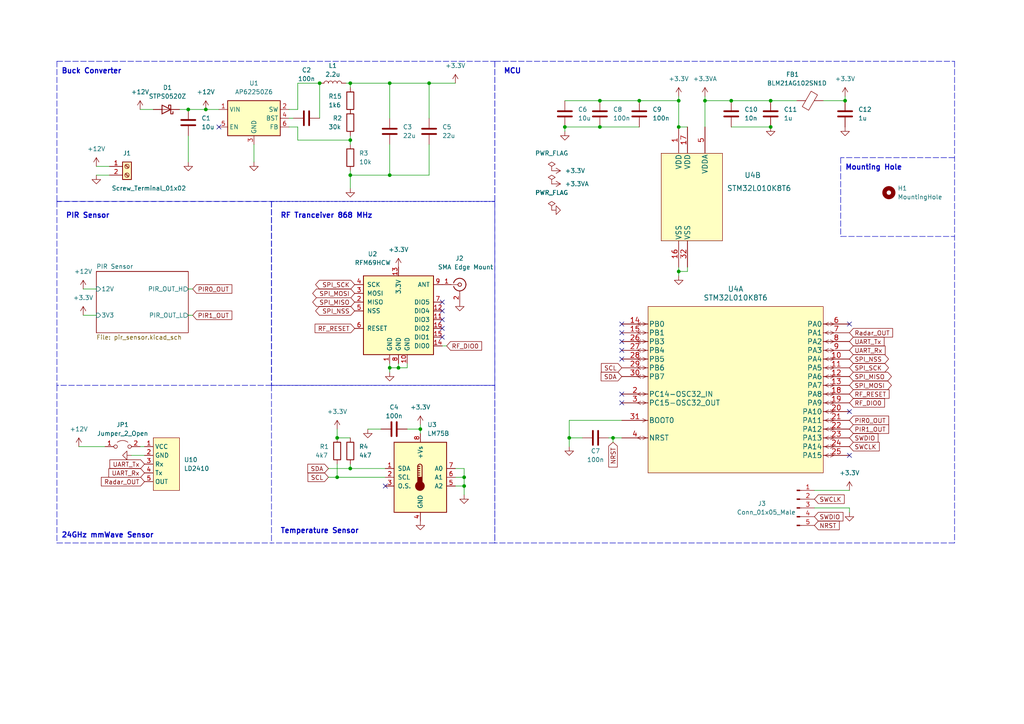
<source format=kicad_sch>
(kicad_sch (version 20211123) (generator eeschema)
  (paper "A4")
  (lib_symbols
    (symbol "Connector:Conn_01x05_Male" (pin_names (offset 1.016) hide)
      (property "Reference" "J" (at 0 7.62 0))
      (property "Value" "Conn_01x05_Male" (at 0 -7.62 0))
      (symbol "Conn_01x05_Male_1_1"
        (polyline (pts (xy 1.27 -5.08) (xy 0.8636 -5.08)) (stroke (width 0.1524)))
        (polyline (pts (xy 1.27 -2.54) (xy 0.8636 -2.54)) (stroke (width 0.1524)))
        (polyline (pts (xy 1.27 0) (xy 0.8636 0)) (stroke (width 0.1524)))
        (polyline (pts (xy 1.27 2.54) (xy 0.8636 2.54)) (stroke (width 0.1524)))
        (polyline (pts (xy 1.27 5.08) (xy 0.8636 5.08)) (stroke (width 0.1524)))
        (rectangle (start 0.8636 -4.953) (end 0 -5.207) (stroke (width 0.1524)) (fill (type outline)))
        (rectangle (start 0.8636 -2.413) (end 0 -2.667) (stroke (width 0.1524)) (fill (type outline)))
        (rectangle (start 0.8636 0.127) (end 0 -0.127) (stroke (width 0.1524)) (fill (type outline)))
        (rectangle (start 0.8636 2.667) (end 0 2.413) (stroke (width 0.1524)) (fill (type outline)))
        (rectangle (start 0.8636 5.207) (end 0 4.953) (stroke (width 0.1524)) (fill (type outline)))
        (pin passive line (at 5.08 5.08 180) (length 3.81) (name "Pin_1") (number "1"))
        (pin passive line (at 5.08 2.54 180) (length 3.81) (name "Pin_2") (number "2"))
        (pin passive line (at 5.08 0 180) (length 3.81) (name "Pin_3") (number "3"))
        (pin passive line (at 5.08 -2.54 180) (length 3.81) (name "Pin_4") (number "4"))
        (pin passive line (at 5.08 -5.08 180) (length 3.81) (name "Pin_5") (number "5"))
      )
    )
    (symbol "Connector:Conn_Coaxial" (pin_names (offset 1.016) hide)
      (property "Reference" "J" (at 0.254 3.048 0))
      (property "Value" "Conn_Coaxial" (at 2.921 0 90))
      (symbol "Conn_Coaxial_0_1"
        (arc (start -1.778 -0.508) (mid 0.2311 -1.8066) (end 1.778 0) (stroke (width 0.254)))
        (polyline (pts (xy -2.54 0) (xy -0.508 0)))
        (polyline (pts (xy 0 -2.54) (xy 0 -1.778)))
        (circle (center 0 0) (radius 0.508) (stroke (width 0.2032)))
        (arc (start 1.778 0) (mid 0.2099 1.8101) (end -1.778 0.508) (stroke (width 0.254)))
      )
      (symbol "Conn_Coaxial_1_1"
        (pin passive line (at -5.08 0 0) (length 2.54) (name "In") (number "1"))
        (pin passive line (at 0 -5.08 90) (length 2.54) (name "Ext") (number "2"))
      )
    )
    (symbol "Connector:Screw_Terminal_01x02" (pin_names (offset 1.016) hide)
      (property "Reference" "J" (at 0 2.54 0))
      (property "Value" "Screw_Terminal_01x02" (at 0 -5.08 0))
      (symbol "Screw_Terminal_01x02_1_1"
        (rectangle (start -1.27 1.27) (end 1.27 -3.81) (stroke (width 0.254)) (fill (type background)))
        (circle (center 0 -2.54) (radius 0.635) (stroke (width 0.1524)))
        (polyline (pts (xy -0.5334 -2.2098) (xy 0.3302 -3.048)) (stroke (width 0.1524)))
        (polyline (pts (xy -0.5334 0.3302) (xy 0.3302 -0.508)) (stroke (width 0.1524)))
        (polyline (pts (xy -0.3556 -2.032) (xy 0.508 -2.8702)) (stroke (width 0.1524)))
        (polyline (pts (xy -0.3556 0.508) (xy 0.508 -0.3302)) (stroke (width 0.1524)))
        (circle (center 0 0) (radius 0.635) (stroke (width 0.1524)))
        (pin passive line (at -5.08 0 0) (length 3.81) (name "Pin_1") (number "1"))
        (pin passive line (at -5.08 -2.54 0) (length 3.81) (name "Pin_2") (number "2"))
      )
    )
    (symbol "Device:C" (pin_numbers hide) (pin_names (offset 0.254))
      (property "Reference" "C" (at 0.635 2.54 0))
      (property "Value" "C" (at 0.635 -2.54 0))
      (symbol "C_0_1"
        (polyline (pts (xy -2.032 -0.762) (xy 2.032 -0.762)) (stroke (width 0.508)))
        (polyline (pts (xy -2.032 0.762) (xy 2.032 0.762)) (stroke (width 0.508)))
      )
      (symbol "C_1_1"
        (pin passive line (at 0 3.81 270) (length 2.794) (name "~") (number "1"))
        (pin passive line (at 0 -3.81 90) (length 2.794) (name "~") (number "2"))
      )
    )
    (symbol "Device:D_Schottky" (pin_numbers hide) (pin_names (offset 1.016) hide)
      (property "Reference" "D" (at 0 2.54 0))
      (property "Value" "D_Schottky" (at 0 -2.54 0))
      (symbol "D_Schottky_0_1"
        (polyline (pts (xy 1.27 0) (xy -1.27 0)))
        (polyline (pts (xy 1.27 1.27) (xy 1.27 -1.27) (xy -1.27 0) (xy 1.27 1.27)) (stroke (width 0.254)))
        (polyline (pts (xy -1.905 0.635) (xy -1.905 1.27) (xy -1.27 1.27) (xy -1.27 -1.27) (xy -0.635 -1.27) (xy -0.635 -0.635)) (stroke (width 0.254)))
      )
      (symbol "D_Schottky_1_1"
        (pin passive line (at -3.81 0 0) (length 2.54) (name "K") (number "1"))
        (pin passive line (at 3.81 0 180) (length 2.54) (name "A") (number "2"))
      )
    )
    (symbol "Device:FerriteBead" (pin_numbers hide) (pin_names (offset 0))
      (property "Reference" "FB" (at -3.81 0.635 90))
      (property "Value" "FerriteBead" (at 3.81 0 90))
      (symbol "FerriteBead_0_1"
        (polyline (pts (xy 0 -1.27) (xy 0 -1.2192)))
        (polyline (pts (xy 0 1.27) (xy 0 1.2954)))
        (polyline (pts (xy -2.7686 0.4064) (xy -1.7018 2.2606) (xy 2.7686 -0.3048) (xy 1.6764 -2.159) (xy -2.7686 0.4064)))
      )
      (symbol "FerriteBead_1_1"
        (pin passive line (at 0 3.81 270) (length 2.54) (name "~") (number "1"))
        (pin passive line (at 0 -3.81 90) (length 2.54) (name "~") (number "2"))
      )
    )
    (symbol "Device:L" (pin_numbers hide) (pin_names (offset 1.016) hide)
      (property "Reference" "L" (at -1.27 0 90))
      (property "Value" "L" (at 1.905 0 90))
      (symbol "L_0_1"
        (arc (start 0 -2.54) (mid 0.635 -1.905) (end 0 -1.27))
        (arc (start 0 -1.27) (mid 0.635 -0.635) (end 0 0))
        (arc (start 0 0) (mid 0.635 0.635) (end 0 1.27))
        (arc (start 0 1.27) (mid 0.635 1.905) (end 0 2.54))
      )
      (symbol "L_1_1"
        (pin passive line (at 0 3.81 270) (length 1.27) (name "1") (number "1"))
        (pin passive line (at 0 -3.81 90) (length 1.27) (name "2") (number "2"))
      )
    )
    (symbol "Device:R" (pin_numbers hide) (pin_names (offset 0))
      (property "Reference" "R" (at 2.032 0 90))
      (property "Value" "R" (at 0 0 90))
      (symbol "R_0_1"
        (rectangle (start -1.016 -2.54) (end 1.016 2.54) (stroke (width 0.254)))
      )
      (symbol "R_1_1"
        (pin passive line (at 0 3.81 270) (length 1.27) (name "~") (number "1"))
        (pin passive line (at 0 -3.81 90) (length 1.27) (name "~") (number "2"))
      )
    )
    (symbol "Jumper:Jumper_2_Open" (pin_names (offset 0) hide)
      (property "Reference" "JP" (at 0 2.794 0))
      (property "Value" "Jumper_2_Open" (at 0 -2.286 0))
      (symbol "Jumper_2_Open_0_0"
        (circle (center -2.032 0) (radius 0.508))
        (circle (center 2.032 0) (radius 0.508))
      )
      (symbol "Jumper_2_Open_0_1"
        (arc (start 1.524 1.27) (mid 0 1.778) (end -1.524 1.27))
      )
      (symbol "Jumper_2_Open_1_1"
        (pin passive line (at -5.08 0 0) (length 2.54) (name "A") (number "1"))
        (pin passive line (at 5.08 0 180) (length 2.54) (name "B") (number "2"))
      )
    )
    (symbol "Mechanical:MountingHole" (pin_names (offset 1.016))
      (property "Reference" "H" (at 0 5.08 0))
      (property "Value" "MountingHole" (at 0 3.175 0))
      (symbol "MountingHole_0_1"
        (circle (center 0 0) (radius 1.27) (stroke (width 1.27)))
      )
    )
    (symbol "PIR_ProjectLib:STM32L010K8T6" (pin_names (offset 0.254))
      (property "Reference" "U" (at 20.32 10.16 0))
      (property "Value" "STM32L010K8T6" (at 20.32 7.62 0))
      (symbol "STM32L010K8T6_1_1"
        (polyline (pts (xy 5.5372 -38.608) (xy 4.4958 -38.1)) (stroke (width 0.127)))
        (polyline (pts (xy 5.5372 -37.592) (xy 4.4958 -38.1)) (stroke (width 0.127)))
        (polyline (pts (xy 5.5372 -36.068) (xy 4.4958 -35.56)) (stroke (width 0.127)))
        (polyline (pts (xy 5.5372 -35.052) (xy 4.4958 -35.56)) (stroke (width 0.127)))
        (polyline (pts (xy 5.5372 -33.528) (xy 4.4958 -33.02)) (stroke (width 0.127)))
        (polyline (pts (xy 5.5372 -32.512) (xy 4.4958 -33.02)) (stroke (width 0.127)))
        (polyline (pts (xy 5.5372 -30.988) (xy 4.4958 -30.48)) (stroke (width 0.127)))
        (polyline (pts (xy 5.5372 -29.972) (xy 4.4958 -30.48)) (stroke (width 0.127)))
        (polyline (pts (xy 5.5372 -28.448) (xy 4.4958 -27.94)) (stroke (width 0.127)))
        (polyline (pts (xy 5.5372 -27.432) (xy 4.4958 -27.94)) (stroke (width 0.127)))
        (polyline (pts (xy 5.5372 -25.908) (xy 4.4958 -25.4)) (stroke (width 0.127)))
        (polyline (pts (xy 5.5372 -24.892) (xy 4.4958 -25.4)) (stroke (width 0.127)))
        (polyline (pts (xy 5.5372 -23.368) (xy 4.4958 -22.86)) (stroke (width 0.127)))
        (polyline (pts (xy 5.5372 -22.352) (xy 4.4958 -22.86)) (stroke (width 0.127)))
        (polyline (pts (xy 5.5372 -20.828) (xy 4.4958 -20.32)) (stroke (width 0.127)))
        (polyline (pts (xy 5.5372 -19.812) (xy 4.4958 -20.32)) (stroke (width 0.127)))
        (polyline (pts (xy 5.5372 -18.288) (xy 4.4958 -17.78)) (stroke (width 0.127)))
        (polyline (pts (xy 5.5372 -17.272) (xy 4.4958 -17.78)) (stroke (width 0.127)))
        (polyline (pts (xy 5.5372 -15.748) (xy 4.4958 -15.24)) (stroke (width 0.127)))
        (polyline (pts (xy 5.5372 -14.732) (xy 4.4958 -15.24)) (stroke (width 0.127)))
        (polyline (pts (xy 5.5372 -13.208) (xy 4.4958 -12.7)) (stroke (width 0.127)))
        (polyline (pts (xy 5.5372 -12.192) (xy 4.4958 -12.7)) (stroke (width 0.127)))
        (polyline (pts (xy 5.5372 -10.668) (xy 4.4958 -10.16)) (stroke (width 0.127)))
        (polyline (pts (xy 5.5372 -9.652) (xy 4.4958 -10.16)) (stroke (width 0.127)))
        (polyline (pts (xy 5.5372 -8.128) (xy 4.4958 -7.62)) (stroke (width 0.127)))
        (polyline (pts (xy 5.5372 -7.112) (xy 4.4958 -7.62)) (stroke (width 0.127)))
        (polyline (pts (xy 5.5372 -5.588) (xy 4.4958 -5.08)) (stroke (width 0.127)))
        (polyline (pts (xy 5.5372 -4.572) (xy 4.4958 -5.08)) (stroke (width 0.127)))
        (polyline (pts (xy 5.5372 -3.048) (xy 4.4958 -2.54)) (stroke (width 0.127)))
        (polyline (pts (xy 5.5372 -2.032) (xy 4.4958 -2.54)) (stroke (width 0.127)))
        (polyline (pts (xy 5.5372 -0.508) (xy 4.4958 0)) (stroke (width 0.127)))
        (polyline (pts (xy 5.5372 0.508) (xy 4.4958 0)) (stroke (width 0.127)))
        (polyline (pts (xy 7.112 -38.1) (xy 6.0452 -38.608)) (stroke (width 0.127)))
        (polyline (pts (xy 7.112 -38.1) (xy 6.0452 -37.592)) (stroke (width 0.127)))
        (polyline (pts (xy 7.112 -35.56) (xy 6.0452 -36.068)) (stroke (width 0.127)))
        (polyline (pts (xy 7.112 -35.56) (xy 6.0452 -35.052)) (stroke (width 0.127)))
        (polyline (pts (xy 7.112 -33.02) (xy 6.0452 -33.528)) (stroke (width 0.127)))
        (polyline (pts (xy 7.112 -33.02) (xy 6.0452 -32.512)) (stroke (width 0.127)))
        (polyline (pts (xy 7.112 -30.48) (xy 6.0452 -30.988)) (stroke (width 0.127)))
        (polyline (pts (xy 7.112 -30.48) (xy 6.0452 -29.972)) (stroke (width 0.127)))
        (polyline (pts (xy 7.112 -27.94) (xy 6.0452 -28.448)) (stroke (width 0.127)))
        (polyline (pts (xy 7.112 -27.94) (xy 6.0452 -27.432)) (stroke (width 0.127)))
        (polyline (pts (xy 7.112 -25.4) (xy 6.0452 -25.908)) (stroke (width 0.127)))
        (polyline (pts (xy 7.112 -25.4) (xy 6.0452 -24.892)) (stroke (width 0.127)))
        (polyline (pts (xy 7.112 -22.86) (xy 6.0452 -23.368)) (stroke (width 0.127)))
        (polyline (pts (xy 7.112 -22.86) (xy 6.0452 -22.352)) (stroke (width 0.127)))
        (polyline (pts (xy 7.112 -20.32) (xy 6.0452 -20.828)) (stroke (width 0.127)))
        (polyline (pts (xy 7.112 -20.32) (xy 6.0452 -19.812)) (stroke (width 0.127)))
        (polyline (pts (xy 7.112 -17.78) (xy 6.0452 -18.288)) (stroke (width 0.127)))
        (polyline (pts (xy 7.112 -17.78) (xy 6.0452 -17.272)) (stroke (width 0.127)))
        (polyline (pts (xy 7.112 -15.24) (xy 6.0452 -15.748)) (stroke (width 0.127)))
        (polyline (pts (xy 7.112 -15.24) (xy 6.0452 -14.732)) (stroke (width 0.127)))
        (polyline (pts (xy 7.112 -12.7) (xy 6.0452 -13.208)) (stroke (width 0.127)))
        (polyline (pts (xy 7.112 -12.7) (xy 6.0452 -12.192)) (stroke (width 0.127)))
        (polyline (pts (xy 7.112 -10.16) (xy 6.0452 -10.668)) (stroke (width 0.127)))
        (polyline (pts (xy 7.112 -10.16) (xy 6.0452 -9.652)) (stroke (width 0.127)))
        (polyline (pts (xy 7.112 -7.62) (xy 6.0452 -8.128)) (stroke (width 0.127)))
        (polyline (pts (xy 7.112 -7.62) (xy 6.0452 -7.112)) (stroke (width 0.127)))
        (polyline (pts (xy 7.112 -5.08) (xy 6.0452 -5.588)) (stroke (width 0.127)))
        (polyline (pts (xy 7.112 -5.08) (xy 6.0452 -4.572)) (stroke (width 0.127)))
        (polyline (pts (xy 7.112 -2.54) (xy 6.0452 -3.048)) (stroke (width 0.127)))
        (polyline (pts (xy 7.112 -2.54) (xy 6.0452 -2.032)) (stroke (width 0.127)))
        (polyline (pts (xy 7.112 0) (xy 6.0452 -0.508)) (stroke (width 0.127)))
        (polyline (pts (xy 7.112 0) (xy 6.0452 0.508)) (stroke (width 0.127)))
        (polyline (pts (xy 58.928 -33.02) (xy 59.9948 -33.528)) (stroke (width 0.127)))
        (polyline (pts (xy 58.928 -33.02) (xy 59.9948 -32.512)) (stroke (width 0.127)))
        (polyline (pts (xy 58.928 -27.94) (xy 59.9948 -28.448)) (stroke (width 0.127)))
        (polyline (pts (xy 58.928 -27.94) (xy 59.9948 -27.432)) (stroke (width 0.127)))
        (polyline (pts (xy 58.928 -22.86) (xy 59.9948 -23.368)) (stroke (width 0.127)))
        (polyline (pts (xy 58.928 -22.86) (xy 59.9948 -22.352)) (stroke (width 0.127)))
        (polyline (pts (xy 58.928 -20.32) (xy 59.9948 -20.828)) (stroke (width 0.127)))
        (polyline (pts (xy 58.928 -20.32) (xy 59.9948 -19.812)) (stroke (width 0.127)))
        (polyline (pts (xy 58.928 -15.24) (xy 59.9948 -15.748)) (stroke (width 0.127)))
        (polyline (pts (xy 58.928 -15.24) (xy 59.9948 -14.732)) (stroke (width 0.127)))
        (polyline (pts (xy 58.928 -12.7) (xy 59.9948 -13.208)) (stroke (width 0.127)))
        (polyline (pts (xy 58.928 -12.7) (xy 59.9948 -12.192)) (stroke (width 0.127)))
        (polyline (pts (xy 58.928 -10.16) (xy 59.9948 -10.668)) (stroke (width 0.127)))
        (polyline (pts (xy 58.928 -10.16) (xy 59.9948 -9.652)) (stroke (width 0.127)))
        (polyline (pts (xy 58.928 -7.62) (xy 59.9948 -8.128)) (stroke (width 0.127)))
        (polyline (pts (xy 58.928 -7.62) (xy 59.9948 -7.112)) (stroke (width 0.127)))
        (polyline (pts (xy 58.928 -5.08) (xy 59.9948 -5.588)) (stroke (width 0.127)))
        (polyline (pts (xy 58.928 -5.08) (xy 59.9948 -4.572)) (stroke (width 0.127)))
        (polyline (pts (xy 58.928 -2.54) (xy 59.9948 -3.048)) (stroke (width 0.127)))
        (polyline (pts (xy 58.928 -2.54) (xy 59.9948 -2.032)) (stroke (width 0.127)))
        (polyline (pts (xy 58.928 0) (xy 59.9948 -0.508)) (stroke (width 0.127)))
        (polyline (pts (xy 58.928 0) (xy 59.9948 0.508)) (stroke (width 0.127)))
        (polyline (pts (xy 60.5028 -33.528) (xy 61.5442 -33.02)) (stroke (width 0.127)))
        (polyline (pts (xy 60.5028 -32.512) (xy 61.5442 -33.02)) (stroke (width 0.127)))
        (polyline (pts (xy 60.5028 -23.368) (xy 61.5442 -22.86)) (stroke (width 0.127)))
        (polyline (pts (xy 60.5028 -22.352) (xy 61.5442 -22.86)) (stroke (width 0.127)))
        (polyline (pts (xy 60.5028 -20.828) (xy 61.5442 -20.32)) (stroke (width 0.127)))
        (polyline (pts (xy 60.5028 -19.812) (xy 61.5442 -20.32)) (stroke (width 0.127)))
        (polyline (pts (xy 60.5028 -15.748) (xy 61.5442 -15.24)) (stroke (width 0.127)))
        (polyline (pts (xy 60.5028 -14.732) (xy 61.5442 -15.24)) (stroke (width 0.127)))
        (polyline (pts (xy 60.5028 -13.208) (xy 61.5442 -12.7)) (stroke (width 0.127)))
        (polyline (pts (xy 60.5028 -12.192) (xy 61.5442 -12.7)) (stroke (width 0.127)))
        (polyline (pts (xy 60.5028 -10.668) (xy 61.5442 -10.16)) (stroke (width 0.127)))
        (polyline (pts (xy 60.5028 -9.652) (xy 61.5442 -10.16)) (stroke (width 0.127)))
        (polyline (pts (xy 60.5028 -8.128) (xy 61.5442 -7.62)) (stroke (width 0.127)))
        (polyline (pts (xy 60.5028 -7.112) (xy 61.5442 -7.62)) (stroke (width 0.127)))
        (polyline (pts (xy 60.5028 -5.588) (xy 61.5442 -5.08)) (stroke (width 0.127)))
        (polyline (pts (xy 60.5028 -4.572) (xy 61.5442 -5.08)) (stroke (width 0.127)))
        (polyline (pts (xy 60.5028 -3.048) (xy 61.5442 -2.54)) (stroke (width 0.127)))
        (polyline (pts (xy 60.5028 -2.032) (xy 61.5442 -2.54)) (stroke (width 0.127)))
        (polyline (pts (xy 60.5028 -0.508) (xy 61.5442 0)) (stroke (width 0.127)))
        (polyline (pts (xy 60.5028 0.508) (xy 61.5442 0)) (stroke (width 0.127)))
        (rectangle (start 7.62 5.08) (end 58.42 -43.18) (fill (type background)))
        (pin bidirectional line (at 0 -10.16 0) (length 7.62) (name "PA4") (number "10"))
        (pin bidirectional line (at 0 -12.7 0) (length 7.62) (name "PA5") (number "11"))
        (pin bidirectional line (at 0 -15.24 0) (length 7.62) (name "PA6") (number "12"))
        (pin bidirectional line (at 0 -17.78 0) (length 7.62) (name "PA7") (number "13"))
        (pin bidirectional line (at 66.04 0 180) (length 7.62) (name "PB0") (number "14"))
        (pin bidirectional line (at 66.04 -2.54 180) (length 7.62) (name "PB1") (number "15"))
        (pin bidirectional line (at 0 -20.32 0) (length 7.62) (name "PA8") (number "18"))
        (pin bidirectional line (at 0 -22.86 0) (length 7.62) (name "PA9") (number "19"))
        (pin bidirectional line (at 66.04 -20.32 180) (length 7.62) (name "PC14-OSC32_IN") (number "2"))
        (pin bidirectional line (at 0 -25.4 0) (length 7.62) (name "PA10") (number "20"))
        (pin bidirectional line (at 0 -27.94 0) (length 7.62) (name "PA11") (number "21"))
        (pin bidirectional line (at 0 -30.48 0) (length 7.62) (name "PA12") (number "22"))
        (pin bidirectional line (at 0 -33.02 0) (length 7.62) (name "PA13") (number "23"))
        (pin bidirectional line (at 0 -35.56 0) (length 7.62) (name "PA14") (number "24"))
        (pin bidirectional line (at 0 -38.1 0) (length 7.62) (name "PA15") (number "25"))
        (pin bidirectional line (at 66.04 -5.08 180) (length 7.62) (name "PB3") (number "26"))
        (pin bidirectional line (at 66.04 -7.62 180) (length 7.62) (name "PB4") (number "27"))
        (pin bidirectional line (at 66.04 -10.16 180) (length 7.62) (name "PB5") (number "28"))
        (pin bidirectional line (at 66.04 -12.7 180) (length 7.62) (name "PB6") (number "29"))
        (pin bidirectional line (at 66.04 -22.86 180) (length 7.62) (name "PC15-OSC32_OUT") (number "3"))
        (pin bidirectional line (at 66.04 -15.24 180) (length 7.62) (name "PB7") (number "30"))
        (pin input line (at 66.04 -27.94 180) (length 7.62) (name "BOOT0") (number "31"))
        (pin bidirectional line (at 66.04 -33.02 180) (length 7.62) (name "NRST") (number "4"))
        (pin bidirectional line (at 0 0 0) (length 7.62) (name "PA0") (number "6"))
        (pin bidirectional line (at 0 -2.54 0) (length 7.62) (name "PA1") (number "7"))
        (pin bidirectional line (at 0 -5.08 0) (length 7.62) (name "PA2") (number "8"))
        (pin bidirectional line (at 0 -7.62 0) (length 7.62) (name "PA3") (number "9"))
      )
      (symbol "STM32L010K8T6_2_1"
        (rectangle (start 7.62 5.08) (end 33.02 -12.7) (fill (type background)))
        (pin power_in line (at 40.64 0 180) (length 7.62) (name "VDD") (number "1"))
        (pin power_in line (at 0 0 0) (length 7.62) (name "VSS") (number "16"))
        (pin power_in line (at 40.64 -2.54 180) (length 7.62) (name "VDD") (number "17"))
        (pin power_in line (at 0 -2.54 0) (length 7.62) (name "VSS") (number "32"))
        (pin power_in line (at 40.64 -7.62 180) (length 7.62) (name "VDDA") (number "5"))
      )
    )
    (symbol "RF_Module:RFM69HCW" (pin_names (offset 1.016))
      (property "Reference" "U" (at -10.414 11.684 0))
      (property "Value" "RFM69HCW" (at 1.524 11.43 0))
      (symbol "RFM69HCW_0_1"
        (rectangle (start -10.16 10.16) (end 10.16 -12.7) (stroke (width 0.254)) (fill (type background)))
      )
      (symbol "RFM69HCW_1_1"
        (pin power_in line (at -2.54 -15.24 90) (length 2.54) (name "GND") (number "1"))
        (pin power_in line (at 2.54 -15.24 90) (length 2.54) (name "GND") (number "10"))
        (pin bidirectional line (at 12.7 -2.54 180) (length 2.54) (name "DIO3") (number "11"))
        (pin bidirectional line (at 12.7 0 180) (length 2.54) (name "DIO4") (number "12"))
        (pin power_in line (at 0 12.7 270) (length 2.54) (name "3.3V") (number "13"))
        (pin bidirectional line (at 12.7 -10.16 180) (length 2.54) (name "DIO0") (number "14"))
        (pin bidirectional line (at 12.7 -7.62 180) (length 2.54) (name "DIO1") (number "15"))
        (pin bidirectional line (at 12.7 -5.08 180) (length 2.54) (name "DIO2") (number "16"))
        (pin output line (at -12.7 2.54 0) (length 2.54) (name "MISO") (number "2"))
        (pin input line (at -12.7 5.08 0) (length 2.54) (name "MOSI") (number "3"))
        (pin input line (at -12.7 7.62 0) (length 2.54) (name "SCK") (number "4"))
        (pin input line (at -12.7 0 0) (length 2.54) (name "NSS") (number "5"))
        (pin bidirectional line (at -12.7 -5.08 0) (length 2.54) (name "RESET") (number "6"))
        (pin bidirectional line (at 12.7 2.54 180) (length 2.54) (name "DIO5") (number "7"))
        (pin power_in line (at 0 -15.24 90) (length 2.54) (name "GND") (number "8"))
        (pin bidirectional line (at 12.7 7.62 180) (length 2.54) (name "ANT") (number "9"))
      )
    )
    (symbol "Regulator_Switching:AP62250Z6"
      (property "Reference" "U" (at -7.62 6.35 0))
      (property "Value" "AP62250Z6" (at 6.35 -6.35 0))
      (symbol "AP62250Z6_0_1"
        (rectangle (start -7.62 5.08) (end 7.62 -5.08) (stroke (width 0.254)) (fill (type background)))
      )
      (symbol "AP62250Z6_1_1"
        (pin power_in line (at -10.16 2.54 0) (length 2.54) (name "VIN") (number "1"))
        (pin output line (at 10.16 2.54 180) (length 2.54) (name "SW") (number "2"))
        (pin power_in line (at 0 -7.62 90) (length 2.54) (name "GND") (number "3"))
        (pin passive line (at 10.16 0 180) (length 2.54) (name "BST") (number "4"))
        (pin input line (at -10.16 -2.54 0) (length 2.54) (name "EN") (number "5"))
        (pin input line (at 10.16 -2.54 180) (length 2.54) (name "FB") (number "6"))
      )
    )
    (symbol "Sensor_Temperature:LM75B" (pin_names (offset 1.016))
      (property "Reference" "U" (at -6.35 11.43 0))
      (property "Value" "LM75B" (at 0 11.43 0))
      (symbol "LM75B_0_1"
        (rectangle (start -7.62 10.16) (end 7.62 -10.16) (stroke (width 0.254)) (fill (type background)))
        (circle (center -0.127 -2.54) (radius 1.27) (stroke (width 0.254)) (fill (type outline)))
        (polyline (pts (xy -0.762 0.635) (xy -0.127 0.635)) (stroke (width 0.254)))
        (polyline (pts (xy -0.762 1.27) (xy -0.127 1.27)) (stroke (width 0.254)))
        (polyline (pts (xy -0.762 1.905) (xy -0.127 1.905)) (stroke (width 0.254)))
        (polyline (pts (xy -0.762 2.54) (xy -0.127 2.54)) (stroke (width 0.254)))
        (polyline (pts (xy -0.762 3.175) (xy -0.762 0)) (stroke (width 0.254)))
        (polyline (pts (xy -0.762 3.175) (xy -0.127 3.175)) (stroke (width 0.254)))
        (polyline (pts (xy 0.508 3.175) (xy 0.508 0)) (stroke (width 0.254)))
        (rectangle (start 0.508 -1.905) (end -0.762 0) (stroke (width 0.254)) (fill (type outline)))
        (arc (start 0.508 3.175) (mid -0.127 3.81) (end -0.762 3.175) (stroke (width 0.254)))
      )
      (symbol "LM75B_1_1"
        (pin bidirectional line (at -10.16 2.54 0) (length 2.54) (name "SDA") (number "1"))
        (pin input line (at -10.16 0 0) (length 2.54) (name "SCL") (number "2"))
        (pin open_collector line (at -10.16 -2.54 0) (length 2.54) (name "O.S.") (number "3"))
        (pin power_in line (at 0 -12.7 90) (length 2.54) (name "GND") (number "4"))
        (pin input line (at 10.16 -2.54 180) (length 2.54) (name "A2") (number "5"))
        (pin input line (at 10.16 0 180) (length 2.54) (name "A1") (number "6"))
        (pin input line (at 10.16 2.54 180) (length 2.54) (name "A0") (number "7"))
        (pin power_in line (at 0 12.7 270) (length 2.54) (name "+Vs") (number "8"))
      )
    )
    (symbol "mmWave_Radar:LD2410"
      (property "Reference" "U" (at 0 -7.62 0))
      (property "Value" "LD2410" (at 0 10.16 0))
      (symbol "LD2410_0_1"
        (rectangle (start -3.81 8.89) (end 3.81 -6.35) (fill (type background)))
      )
      (symbol "LD2410_1_1"
        (pin input line (at -6.35 6.35 0) (length 2.54) (name "VCC") (number "1"))
        (pin input line (at -6.35 3.81 0) (length 2.54) (name "GND") (number "2"))
        (pin output line (at -6.35 1.27 0) (length 2.54) (name "Rx") (number "3"))
        (pin input line (at -6.35 -1.27 0) (length 2.54) (name "Tx") (number "4"))
        (pin output line (at -6.35 -3.81 0) (length 2.54) (name "OUT") (number "5"))
      )
    )
    (symbol "power:+12V" (power) (pin_names (offset 0))
      (property "Value" "+12V" (at 0 3.556 0))
      (symbol "+12V_0_1"
        (polyline (pts (xy -0.762 1.27) (xy 0 2.54)))
        (polyline (pts (xy 0 0) (xy 0 2.54)))
        (polyline (pts (xy 0 2.54) (xy 0.762 1.27)))
      )
      (symbol "+12V_1_1"
        (pin power_in line (at 0 0 90) (length 0) hide (name "+12V") (number "1"))
      )
    )
    (symbol "power:+3.3V" (power) (pin_names (offset 0))
      (property "Value" "+3.3V" (at 0 3.556 0))
      (symbol "+3.3V_0_1"
        (polyline (pts (xy -0.762 1.27) (xy 0 2.54)))
        (polyline (pts (xy 0 0) (xy 0 2.54)))
        (polyline (pts (xy 0 2.54) (xy 0.762 1.27)))
      )
      (symbol "+3.3V_1_1"
        (pin power_in line (at 0 0 90) (length 0) hide (name "+3.3V") (number "1"))
      )
    )
    (symbol "power:+3.3VA" (power) (pin_names (offset 0))
      (property "Value" "+3.3VA" (at 0 3.556 0))
      (symbol "+3.3VA_0_1"
        (polyline (pts (xy -0.762 1.27) (xy 0 2.54)))
        (polyline (pts (xy 0 0) (xy 0 2.54)))
        (polyline (pts (xy 0 2.54) (xy 0.762 1.27)))
      )
      (symbol "+3.3VA_1_1"
        (pin power_in line (at 0 0 90) (length 0) hide (name "+3.3VA") (number "1"))
      )
    )
    (symbol "power:GND" (power) (pin_names (offset 0))
      (property "Value" "GND" (at 0 -3.81 0))
      (symbol "GND_0_1"
        (polyline (pts (xy 0 0) (xy 0 -1.27) (xy 1.27 -1.27) (xy 0 -2.54) (xy -1.27 -1.27) (xy 0 -1.27)))
      )
      (symbol "GND_1_1"
        (pin power_in line (at 0 0 270) (length 0) hide (name "GND") (number "1"))
      )
    )
    (symbol "power:PWR_FLAG" (power) (pin_numbers hide) (pin_names (offset 0) hide)
      (property "Value" "PWR_FLAG" (at 0 3.81 0))
      (symbol "PWR_FLAG_0_0"
        (pin power_out line (at 0 0 90) (length 0) (name "pwr") (number "1"))
      )
      (symbol "PWR_FLAG_0_1"
        (polyline (pts (xy 0 0) (xy 0 1.27) (xy -1.016 1.905) (xy 0 2.54) (xy 1.016 1.905) (xy 0 1.27)))
      )
    )
  )
  (junction (at 59.69 31.75))
  (junction (at 113.03 50.8))
  (junction (at 223.52 36.83))
  (junction (at 101.6 24.13))
  (junction (at 101.6 135.89))
  (junction (at 173.99 29.21))
  (junction (at 245.11 29.21))
  (junction (at 113.03 106.68))
  (junction (at 101.6 40.64))
  (junction (at 134.62 140.97))
  (junction (at 113.03 24.13))
  (junction (at 115.57 106.68))
  (junction (at 97.79 138.43))
  (junction (at 196.85 36.83))
  (junction (at 173.99 36.83))
  (junction (at 196.85 29.21))
  (junction (at 165.1 127))
  (junction (at 101.6 50.8))
  (junction (at 223.52 29.21))
  (junction (at 97.79 127))
  (junction (at 185.42 29.21))
  (junction (at 92.71 24.13))
  (junction (at 163.83 36.83))
  (junction (at 124.46 24.13))
  (junction (at 121.92 124.46))
  (junction (at 54.61 31.75))
  (junction (at 196.85 78.74))
  (junction (at 177.8 127))
  (junction (at 204.47 29.21))
  (junction (at 134.62 138.43))
  (junction (at 212.09 29.21))
  (no_connect (at 63.5 36.83))
  (no_connect (at 180.34 116.84))
  (no_connect (at 180.34 93.98))
  (no_connect (at 180.34 114.3))
  (no_connect (at 246.38 93.98))
  (no_connect (at 246.38 119.38))
  (no_connect (at 128.27 92.71))
  (no_connect (at 128.27 90.17))
  (no_connect (at 128.27 97.79))
  (no_connect (at 128.27 95.25))
  (no_connect (at 111.76 140.97))
  (no_connect (at 128.27 87.63))
  (no_connect (at 180.34 96.52))
  (no_connect (at 180.34 99.06))
  (no_connect (at 180.34 101.6))
  (no_connect (at 180.34 104.14))
  (no_connect (at 246.38 132.08))
  (wire (pts (xy 124.46 24.13) (xy 124.46 34.29)))
  (wire (pts (xy 236.22 142.24) (xy 246.38 142.24)))
  (wire (pts (xy 54.61 31.75) (xy 59.69 31.75)))
  (wire (pts (xy 124.46 24.13) (xy 132.08 24.13)))
  (wire (pts (xy 73.66 46.99) (xy 73.66 41.91)))
  (wire (pts (xy 129.54 100.33) (xy 128.27 100.33)))
  (polyline (pts (xy 16.51 17.78) (xy 143.51 17.78)))
  (wire (pts (xy 97.79 138.43) (xy 111.76 138.43)))
  (wire (pts (xy 212.09 36.83) (xy 223.52 36.83)))
  (wire (pts (xy 165.1 121.92) (xy 165.1 127)))
  (wire (pts (xy 86.36 36.83) (xy 86.36 40.64)))
  (polyline (pts (xy 16.51 58.42) (xy 16.51 111.76)))
  (wire (pts (xy 95.25 135.89) (xy 101.6 135.89)))
  (wire (pts (xy 54.61 39.37) (xy 54.61 46.99)))
  (wire (pts (xy 86.36 24.13) (xy 92.71 24.13)))
  (wire (pts (xy 113.03 106.68) (xy 115.57 106.68)))
  (wire (pts (xy 173.99 36.83) (xy 185.42 36.83)))
  (polyline (pts (xy 276.86 17.78) (xy 276.86 157.48)))
  (wire (pts (xy 165.1 121.92) (xy 180.34 121.92)))
  (wire (pts (xy 113.03 41.91) (xy 113.03 50.8)))
  (wire (pts (xy 177.8 127) (xy 180.34 127)))
  (wire (pts (xy 212.09 29.21) (xy 223.52 29.21)))
  (wire (pts (xy 22.86 129.54) (xy 30.48 129.54)))
  (wire (pts (xy 113.03 24.13) (xy 113.03 34.29)))
  (polyline (pts (xy 143.51 157.48) (xy 78.74 157.48)))
  (polyline (pts (xy 16.51 111.76) (xy 16.51 157.48)))
  (wire (pts (xy 199.39 77.47) (xy 199.39 78.74)))
  (polyline (pts (xy 143.51 58.42) (xy 143.51 111.76)))
  (wire (pts (xy 196.85 77.47) (xy 196.85 78.74)))
  (wire (pts (xy 54.61 83.82) (xy 55.88 83.82)))
  (wire (pts (xy 83.82 31.75) (xy 86.36 31.75)))
  (wire (pts (xy 86.36 40.64) (xy 101.6 40.64)))
  (wire (pts (xy 86.36 24.13) (xy 86.36 31.75)))
  (wire (pts (xy 246.38 147.32) (xy 246.38 148.59)))
  (polyline (pts (xy 143.51 17.78) (xy 276.86 17.78)))
  (wire (pts (xy 118.11 124.46) (xy 121.92 124.46)))
  (wire (pts (xy 113.03 106.68) (xy 113.03 107.95)))
  (wire (pts (xy 196.85 78.74) (xy 196.85 80.01)))
  (wire (pts (xy 113.03 105.41) (xy 113.03 106.68)))
  (wire (pts (xy 27.94 50.8) (xy 31.75 50.8)))
  (wire (pts (xy 165.1 127) (xy 165.1 129.54)))
  (wire (pts (xy 204.47 29.21) (xy 204.47 36.83)))
  (wire (pts (xy 113.03 50.8) (xy 124.46 50.8)))
  (wire (pts (xy 24.13 83.82) (xy 27.94 83.82)))
  (wire (pts (xy 38.1 132.08) (xy 41.91 132.08)))
  (wire (pts (xy 236.22 147.32) (xy 246.38 147.32)))
  (wire (pts (xy 101.6 49.53) (xy 101.6 50.8)))
  (wire (pts (xy 245.11 27.94) (xy 245.11 29.21)))
  (wire (pts (xy 118.11 105.41) (xy 118.11 106.68)))
  (wire (pts (xy 97.79 134.62) (xy 97.79 138.43)))
  (wire (pts (xy 54.61 91.44) (xy 55.88 91.44)))
  (polyline (pts (xy 78.74 111.76) (xy 143.51 111.76)))
  (wire (pts (xy 101.6 135.89) (xy 111.76 135.89)))
  (wire (pts (xy 101.6 40.64) (xy 101.6 41.91)))
  (wire (pts (xy 40.64 31.75) (xy 44.45 31.75)))
  (wire (pts (xy 124.46 41.91) (xy 124.46 50.8)))
  (wire (pts (xy 106.68 124.46) (xy 110.49 124.46)))
  (wire (pts (xy 101.6 33.02) (xy 101.6 31.75)))
  (wire (pts (xy 132.08 138.43) (xy 134.62 138.43)))
  (wire (pts (xy 27.94 48.26) (xy 31.75 48.26)))
  (polyline (pts (xy 16.51 58.42) (xy 78.74 58.42)))
  (wire (pts (xy 40.64 129.54) (xy 41.91 129.54)))
  (wire (pts (xy 204.47 29.21) (xy 212.09 29.21)))
  (wire (pts (xy 115.57 105.41) (xy 115.57 106.68)))
  (polyline (pts (xy 243.84 68.58) (xy 276.86 68.58)))
  (polyline (pts (xy 78.74 111.76) (xy 78.74 157.48)))
  (wire (pts (xy 132.08 140.97) (xy 134.62 140.97)))
  (wire (pts (xy 134.62 143.51) (xy 134.62 140.97)))
  (wire (pts (xy 177.8 127) (xy 177.8 128.27)))
  (polyline (pts (xy 143.51 58.42) (xy 16.51 58.42)))
  (wire (pts (xy 113.03 24.13) (xy 124.46 24.13)))
  (polyline (pts (xy 78.74 58.42) (xy 78.74 111.76)))
  (wire (pts (xy 134.62 135.89) (xy 132.08 135.89)))
  (polyline (pts (xy 143.51 17.78) (xy 143.51 157.48)))
  (polyline (pts (xy 143.51 17.78) (xy 143.51 58.42)))
  (wire (pts (xy 101.6 39.37) (xy 101.6 40.64)))
  (wire (pts (xy 92.71 24.13) (xy 92.71 34.29)))
  (polyline (pts (xy 78.74 58.42) (xy 143.51 58.42)))
  (wire (pts (xy 24.13 91.44) (xy 27.94 91.44)))
  (wire (pts (xy 238.76 29.21) (xy 245.11 29.21)))
  (wire (pts (xy 101.6 50.8) (xy 101.6 54.61)))
  (wire (pts (xy 83.82 36.83) (xy 86.36 36.83)))
  (wire (pts (xy 204.47 27.94) (xy 204.47 29.21)))
  (wire (pts (xy 163.83 36.83) (xy 163.83 38.1)))
  (polyline (pts (xy 276.86 157.48) (xy 143.51 157.48)))
  (wire (pts (xy 163.83 29.21) (xy 173.99 29.21)))
  (wire (pts (xy 101.6 24.13) (xy 101.6 25.4)))
  (wire (pts (xy 134.62 140.97) (xy 134.62 138.43)))
  (wire (pts (xy 199.39 78.74) (xy 196.85 78.74)))
  (polyline (pts (xy 78.74 58.42) (xy 78.74 111.76)))
  (wire (pts (xy 101.6 134.62) (xy 101.6 135.89)))
  (wire (pts (xy 101.6 24.13) (xy 113.03 24.13)))
  (wire (pts (xy 165.1 127) (xy 168.91 127)))
  (polyline (pts (xy 78.74 111.76) (xy 16.51 111.76)))
  (wire (pts (xy 121.92 123.19) (xy 121.92 124.46)))
  (wire (pts (xy 196.85 29.21) (xy 196.85 36.83)))
  (wire (pts (xy 134.62 138.43) (xy 134.62 135.89)))
  (wire (pts (xy 223.52 29.21) (xy 231.14 29.21)))
  (wire (pts (xy 173.99 29.21) (xy 185.42 29.21)))
  (wire (pts (xy 163.83 36.83) (xy 173.99 36.83)))
  (polyline (pts (xy 16.51 157.48) (xy 78.74 157.48)))
  (wire (pts (xy 95.25 138.43) (xy 97.79 138.43)))
  (wire (pts (xy 115.57 106.68) (xy 118.11 106.68)))
  (wire (pts (xy 52.07 31.75) (xy 54.61 31.75)))
  (wire (pts (xy 185.42 29.21) (xy 196.85 29.21)))
  (wire (pts (xy 176.53 127) (xy 177.8 127)))
  (polyline (pts (xy 143.51 111.76) (xy 143.51 157.48)))
  (wire (pts (xy 100.33 24.13) (xy 101.6 24.13)))
  (polyline (pts (xy 16.51 17.78) (xy 16.51 58.42)))
  (wire (pts (xy 196.85 36.83) (xy 199.39 36.83)))
  (wire (pts (xy 196.85 27.94) (xy 196.85 29.21)))
  (wire (pts (xy 97.79 124.46) (xy 97.79 127)))
  (polyline (pts (xy 276.86 45.72) (xy 243.84 45.72)))
  (wire (pts (xy 113.03 50.8) (xy 101.6 50.8)))
  (wire (pts (xy 83.82 34.29) (xy 85.09 34.29)))
  (wire (pts (xy 101.6 127) (xy 97.79 127)))
  (wire (pts (xy 59.69 31.75) (xy 63.5 31.75)))
  (polyline (pts (xy 243.84 45.72) (xy 243.84 68.58)))
  (polyline (pts (xy 143.51 111.76) (xy 78.74 111.76)))
  (wire (pts (xy 121.92 124.46) (xy 121.92 125.73)))
  (text "Mounting Hole" (at 245.11 49.53 0) (effects (font (size 1.5 1.5) (thickness 0.3) bold) (justify left bottom)))
  (text "PIR Sensor" (at 19.05 63.5 0) (effects (font (size 1.5 1.5) (thickness 0.3) bold) (justify left bottom)))
  (text "Temperature Sensor" (at 81.28 154.94 0) (effects (font (size 1.5 1.5) (thickness 0.3) bold) (justify left bottom)))
  (text "MCU" (at 146.05 21.59 0) (effects (font (size 1.5 1.5) (thickness 0.3) bold) (justify left bottom)))
  (text "Buck Converter" (at 17.78 21.59 0) (effects (font (size 1.5 1.5) (thickness 0.3) bold) (justify left bottom)))
  (text "24GHz mmWave Sensor" (at 17.78 156.21 0) (effects (font (size 1.5 1.5) (thickness 0.3) bold) (justify left bottom)))
  (text "RF Tranceiver 868 MHz" (at 81.28 63.5 0) (effects (font (size 1.5 1.5) (thickness 0.3) bold) (justify left bottom)))
  (global_label "UART_Rx" (shape input) (at 246.38 101.6 0) (property "Odnośniki między arkuszami" "${INTERSHEET_REFS}" (effects hide)))
  (global_label "RF_DIO0" (shape input) (at 129.54 100.33 0) (property "Odnośniki między arkuszami" "${INTERSHEET_REFS}" (effects hide)))
  (global_label "RF_RESET" (shape input) (at 102.87 95.25 180) (property "Odnośniki między arkuszami" "${INTERSHEET_REFS}" (effects hide)))
  (global_label "SWDIO" (shape input) (at 236.22 149.86 0) (property "Odnośniki między arkuszami" "${INTERSHEET_REFS}" (effects hide)))
  (global_label "UART_Tx" (shape input) (at 41.91 134.62 180) (property "Odnośniki między arkuszami" "${INTERSHEET_REFS}" (effects hide)))
  (global_label "SWDIO" (shape input) (at 246.38 127 0) (property "Odnośniki między arkuszami" "${INTERSHEET_REFS}" (effects hide)))
  (global_label "SWCLK" (shape input) (at 236.22 144.78 0) (property "Odnośniki między arkuszami" "${INTERSHEET_REFS}" (effects hide)))
  (global_label "UART_Rx" (shape input) (at 41.91 137.16 180) (property "Odnośniki między arkuszami" "${INTERSHEET_REFS}" (effects hide)))
  (global_label "SPI_SCK" (shape bidirectional) (at 102.87 82.55 180) (property "Intersheet References" "${INTERSHEET_REFS}" (effects hide)))
  (global_label "SPI_MISO" (shape bidirectional) (at 246.38 109.22 0) (property "Intersheet References" "${INTERSHEET_REFS}" (effects hide)))
  (global_label "NRST" (shape input) (at 236.22 152.4 0) (property "Odnośniki między arkuszami" "${INTERSHEET_REFS}" (effects hide)))
  (global_label "SDA" (shape input) (at 95.25 135.89 180) (property "Odnośniki między arkuszami" "${INTERSHEET_REFS}" (effects hide)))
  (global_label "NRST" (shape input) (at 177.8 128.27 270) (property "Odnośniki między arkuszami" "${INTERSHEET_REFS}" (effects hide)))
  (global_label "RF_RESET" (shape input) (at 246.38 114.3 0) (property "Odnośniki między arkuszami" "${INTERSHEET_REFS}" (effects hide)))
  (global_label "PIR0_OUT" (shape input) (at 246.38 121.92 0) (property "Odnośniki między arkuszami" "${INTERSHEET_REFS}" (effects hide)))
  (global_label "SPI_NSS" (shape bidirectional) (at 102.87 90.17 180) (property "Intersheet References" "${INTERSHEET_REFS}" (effects hide)))
  (global_label "PIR0_OUT" (shape input) (at 55.88 83.82 0) (property "Odnośniki między arkuszami" "${INTERSHEET_REFS}" (effects hide)))
  (global_label "RF_DIO0" (shape input) (at 246.38 116.84 0) (property "Odnośniki między arkuszami" "${INTERSHEET_REFS}" (effects hide)))
  (global_label "UART_Tx" (shape input) (at 246.38 99.06 0) (property "Odnośniki między arkuszami" "${INTERSHEET_REFS}" (effects hide)))
  (global_label "PIR1_OUT" (shape input) (at 246.38 124.46 0) (property "Odnośniki między arkuszami" "${INTERSHEET_REFS}" (effects hide)))
  (global_label "SPI_NSS" (shape bidirectional) (at 246.38 104.14 0) (property "Intersheet References" "${INTERSHEET_REFS}" (effects hide)))
  (global_label "SWCLK" (shape input) (at 246.38 129.54 0) (property "Odnośniki między arkuszami" "${INTERSHEET_REFS}" (effects hide)))
  (global_label "SCL" (shape input) (at 95.25 138.43 180) (property "Odnośniki między arkuszami" "${INTERSHEET_REFS}" (effects hide)))
  (global_label "SPI_MOSI" (shape bidirectional) (at 102.87 85.09 180) (property "Intersheet References" "${INTERSHEET_REFS}" (effects hide)))
  (global_label "PIR1_OUT" (shape input) (at 55.88 91.44 0) (property "Odnośniki między arkuszami" "${INTERSHEET_REFS}" (effects hide)))
  (global_label "SPI_MISO" (shape bidirectional) (at 102.87 87.63 180) (property "Intersheet References" "${INTERSHEET_REFS}" (effects hide)))
  (global_label "Radar_OUT" (shape input) (at 246.38 96.52 0) (property "Odnośniki między arkuszami" "${INTERSHEET_REFS}" (effects hide)))
  (global_label "SCL" (shape input) (at 180.34 106.68 180) (property "Odnośniki między arkuszami" "${INTERSHEET_REFS}" (effects hide)))
  (global_label "Radar_OUT" (shape input) (at 41.91 139.7 180) (property "Odnośniki między arkuszami" "${INTERSHEET_REFS}" (effects hide)))
  (global_label "SDA" (shape input) (at 180.34 109.22 180) (property "Odnośniki między arkuszami" "${INTERSHEET_REFS}" (effects hide)))
  (global_label "SPI_MOSI" (shape bidirectional) (at 246.38 111.76 0) (property "Intersheet References" "${INTERSHEET_REFS}" (effects hide)))
  (global_label "SPI_SCK" (shape bidirectional) (at 246.38 106.68 0) (property "Intersheet References" "${INTERSHEET_REFS}" (effects hide)))
  (symbol (lib_id "power:+12V") (at 22.86 129.54 0) (unit 1)
    (property "Reference" "#PWR01" (effects hide))
    (property "Value" "+12V" (at 22.86 124.46 0))
  )
  (symbol (lib_id "Device:R") (at 97.79 130.81 0) (unit 1)
    (property "Reference" "R1" (at 92.71 129.54 0) (effects (justify left)))
    (property "Value" "4k7" (at 91.44 132.08 0) (effects (justify left)))
    (property "Footprint" "Resistor_SMD:R_0603_1608Metric_Pad0.98x0.95mm_HandSolder" (effects hide))
  )
  (symbol (lib_id "power:GND") (at 165.1 129.54 0) (unit 1)
    (property "Reference" "#PWR0122" (effects hide))
    (property "Value" "GND" (effects hide))
  )
  (symbol (lib_id "Device:R") (at 101.6 29.21 180) (unit 1)
    (property "Reference" "R15" (at 95.25 27.94 0) (effects (justify right)))
    (property "Value" "1k6" (at 95.25 30.48 0) (effects (justify right)))
    (property "Footprint" "Resistor_SMD:R_0603_1608Metric_Pad0.98x0.95mm_HandSolder" (effects hide))
  )
  (symbol (lib_id "Device:C") (at 114.3 124.46 90) (unit 1)
    (property "Reference" "C4" (at 114.3 118.11 90))
    (property "Value" "100n" (at 114.3 120.65 90))
    (property "Footprint" "Capacitor_SMD:C_0603_1608Metric_Pad1.08x0.95mm_HandSolder" (effects hide))
  )
  (symbol (lib_id "Mechanical:MountingHole") (at 257.81 55.88 0) (unit 1)
    (property "Reference" "H1" (at 260.35 54.6099 0) (effects (justify left)))
    (property "Value" "MountingHole" (at 260.35 57.1499 0) (effects (justify left)))
    (property "Footprint" "MountingHole:MountingHole_5mm" (effects hide))
  )
  (symbol (lib_id "Device:D_Schottky") (at 48.26 31.75 180) (unit 1)
    (property "Reference" "D1" (at 48.5775 25.4 0))
    (property "Value" "STPS0520Z" (at 48.5775 27.94 0))
    (property "Footprint" "Diode_SMD:D_SOD-123" (effects hide))
  )
  (symbol (lib_id "power:GND") (at 121.92 151.13 0) (unit 1)
    (property "Reference" "#PWR0114" (effects hide))
    (property "Value" "GND" (effects hide))
  )
  (symbol (lib_id "power:GND") (at 163.83 38.1 0) (unit 1)
    (property "Reference" "#PWR0115" (effects hide))
    (property "Value" "GND" (effects hide))
  )
  (symbol (lib_id "power:GND") (at 113.03 107.95 0) (unit 1)
    (property "Reference" "#PWR0103" (effects hide))
    (property "Value" "GND" (effects hide))
  )
  (symbol (lib_id "Device:C") (at 223.52 33.02 0) (unit 1)
    (property "Reference" "C11" (at 227.33 31.7499 0) (effects (justify left)))
    (property "Value" "1u" (at 227.33 34.2899 0) (effects (justify left)))
    (property "Footprint" "Capacitor_SMD:C_0603_1608Metric_Pad1.08x0.95mm_HandSolder" (effects hide))
  )
  (symbol (lib_id "Device:R") (at 101.6 130.81 0) (unit 1)
    (property "Reference" "R4" (at 104.14 129.5399 0) (effects (justify left)))
    (property "Value" "4k7" (at 104.14 132.0799 0) (effects (justify left)))
    (property "Footprint" "Resistor_SMD:R_0603_1608Metric_Pad0.98x0.95mm_HandSolder" (effects hide))
  )
  (symbol (lib_id "power:+3.3V") (at 97.79 124.46 0) (unit 1)
    (property "Reference" "#PWR0112" (effects hide))
    (property "Value" "+3.3V" (at 97.79 119.38 0))
  )
  (symbol (lib_id "power:+3.3VA") (at 204.47 27.94 0) (unit 1)
    (property "Reference" "#PWR0120" (effects hide))
    (property "Value" "+3.3VA" (at 204.47 22.86 0))
  )
  (symbol (lib_id "power:+12V") (at 27.94 48.26 0) (unit 1)
    (property "Reference" "#PWR03" (effects hide))
    (property "Value" "+12V" (at 27.94 43.18 0))
  )
  (symbol (lib_id "Device:R") (at 101.6 35.56 180) (unit 1)
    (property "Reference" "R2" (at 96.52 34.29 0) (effects (justify right)))
    (property "Value" "30k" (at 95.25 36.83 0) (effects (justify right)))
    (property "Footprint" "Resistor_SMD:R_0603_1608Metric_Pad0.98x0.95mm_HandSolder" (effects hide))
  )
  (symbol (lib_id "power:+12V") (at 40.64 31.75 0) (unit 1)
    (property "Reference" "#PWR0109" (effects hide))
    (property "Value" "+12V" (at 40.64 26.67 0))
  )
  (symbol (lib_id "Device:R") (at 101.6 45.72 0) (unit 1)
    (property "Reference" "R3" (at 104.14 44.4499 0) (effects (justify left)))
    (property "Value" "10k" (at 104.14 46.9899 0) (effects (justify left)))
    (property "Footprint" "Resistor_SMD:R_0603_1608Metric_Pad0.98x0.95mm_HandSolder" (effects hide))
  )
  (symbol (lib_id "power:PWR_FLAG") (at 160.02 49.53 0) (unit 1)
    (property "Reference" "#FLG0102" (effects hide))
    (property "Value" "PWR_FLAG" (at 160.02 44.45 0))
  )
  (symbol (lib_id "Device:C") (at 173.99 33.02 0) (unit 1)
    (property "Reference" "C8" (at 177.8 31.7499 0) (effects (justify left)))
    (property "Value" "100n" (at 177.8 34.2899 0) (effects (justify left)))
    (property "Footprint" "Capacitor_SMD:C_0603_1608Metric_Pad1.08x0.95mm_HandSolder" (effects hide))
  )
  (symbol (lib_id "power:+12V") (at 24.13 83.82 0) (unit 1)
    (property "Reference" "#PWR0107" (effects hide))
    (property "Value" "+12V" (at 24.13 78.74 0))
  )
  (symbol (lib_id "Connector:Screw_Terminal_01x02") (at 36.83 48.26 0) (unit 1)
    (property "Reference" "J1" (at 36.83 44.45 0))
    (property "Value" "Screw_Terminal_01x02" (at 43.18 54.61 0))
    (property "Footprint" "Local:DG301R-5.0" (effects hide))
  )
  (symbol (lib_id "Device:C") (at 113.03 38.1 0) (unit 1)
    (property "Reference" "C3" (at 116.84 36.8299 0) (effects (justify left)))
    (property "Value" "22u" (at 116.84 39.3699 0) (effects (justify left)))
    (property "Footprint" "Capacitor_SMD:C_0805_2012Metric_Pad1.18x1.45mm_HandSolder" (effects hide))
  )
  (symbol (lib_id "Device:C") (at 212.09 33.02 0) (unit 1)
    (property "Reference" "C10" (at 215.9 31.7499 0) (effects (justify left)))
    (property "Value" "10n" (at 215.9 34.2899 0) (effects (justify left)))
    (property "Footprint" "Capacitor_SMD:C_0603_1608Metric_Pad1.08x0.95mm_HandSolder" (effects hide))
  )
  (symbol (lib_id "power:GND") (at 38.1 132.08 270) (unit 1)
    (property "Reference" "#PWR02" (effects hide))
    (property "Value" "GND" (effects hide))
  )
  (symbol (lib_id "Connector:Conn_01x05_Male") (at 231.14 147.32 0) (unit 1)
    (property "Reference" "J3" (at 220.98 146.05 0))
    (property "Value" "Conn_01x05_Male" (at 222.25 148.59 0))
    (property "Footprint" "Connector_PinHeader_2.54mm:PinHeader_1x05_P2.54mm_Vertical" (effects hide))
  )
  (symbol (lib_id "Device:C") (at 185.42 33.02 0) (unit 1)
    (property "Reference" "C9" (at 189.23 31.7499 0) (effects (justify left)))
    (property "Value" "100n" (at 189.23 34.2899 0) (effects (justify left)))
    (property "Footprint" "Capacitor_SMD:C_0603_1608Metric_Pad1.08x0.95mm_HandSolder" (effects hide))
  )
  (symbol (lib_id "power:+3.3V") (at 160.02 49.53 270) (unit 1)
    (property "Reference" "#PWR0139" (effects hide))
    (property "Value" "+3.3V" (at 163.83 49.5299 90) (effects (justify left)))
  )
  (symbol (lib_id "power:GND") (at 160.02 60.96 90) (unit 1)
    (property "Reference" "#PWR0141" (effects hide))
    (property "Value" "GND" (effects hide))
  )
  (symbol (lib_id "Device:L") (at 96.52 24.13 90) (unit 1)
    (property "Reference" "L1" (at 96.52 19.05 90))
    (property "Value" "2.2u" (at 96.52 21.59 90))
    (property "Footprint" "Inductor_SMD:L_0805_2012Metric_Pad1.05x1.20mm_HandSolder" (effects hide))
  )
  (symbol (lib_id "Device:C") (at 245.11 33.02 0) (unit 1)
    (property "Reference" "C12" (at 248.92 31.7499 0) (effects (justify left)))
    (property "Value" "1u" (at 248.92 34.2899 0) (effects (justify left)))
    (property "Footprint" "Capacitor_SMD:C_0603_1608Metric_Pad1.08x0.95mm_HandSolder" (effects hide))
  )
  (symbol (lib_id "power:GND") (at 101.6 54.61 0) (unit 1)
    (property "Reference" "#PWR0104" (effects hide))
    (property "Value" "GND" (effects hide))
  )
  (symbol (lib_id "power:GND") (at 196.85 80.01 0) (unit 1)
    (property "Reference" "#PWR05" (effects hide))
    (property "Value" "GND" (effects hide))
  )
  (symbol (lib_id "power:PWR_FLAG") (at 160.02 53.34 0) (unit 1)
    (property "Reference" "#FLG0101" (effects hide))
    (property "Value" "PWR_FLAG" (at 160.02 55.88 0))
  )
  (symbol (lib_id "power:GND") (at 27.94 50.8 0) (unit 1)
    (property "Reference" "#PWR04" (effects hide))
    (property "Value" "GND" (effects hide))
  )
  (symbol (lib_id "Device:C") (at 163.83 33.02 0) (unit 1)
    (property "Reference" "C6" (at 167.64 31.7499 0) (effects (justify left)))
    (property "Value" "10u" (at 167.64 34.2899 0) (effects (justify left)))
    (property "Footprint" "Capacitor_SMD:C_0603_1608Metric_Pad1.08x0.95mm_HandSolder" (effects hide))
  )
  (symbol (lib_id "power:+3.3V") (at 245.11 27.94 0) (unit 1)
    (property "Reference" "#PWR0121" (effects hide))
    (property "Value" "+3.3V" (at 245.11 22.86 0))
  )
  (symbol (lib_id "power:GND") (at 246.38 148.59 0) (unit 1)
    (property "Reference" "#PWR0123" (effects hide))
    (property "Value" "GND" (effects hide))
  )
  (symbol (lib_id "Device:FerriteBead") (at 234.95 29.21 90) (unit 1)
    (property "Reference" "FB1" (at 229.87 21.59 90))
    (property "Value" "BLM21AG102SN1D" (at 231.14 24.13 90))
    (property "Footprint" "Inductor_SMD:L_0805_2012Metric_Pad1.05x1.20mm_HandSolder" (effects hide))
  )
  (symbol (lib_id "Jumper:Jumper_2_Open") (at 35.56 129.54 0) (unit 1)
    (property "Reference" "JP1" (at 35.56 123.19 0))
    (property "Value" "Jumper_2_Open" (at 35.56 125.73 0))
    (property "Footprint" "Jumper:SolderJumper-2_P1.3mm_Open_TrianglePad1.0x1.5mm" (effects hide))
  )
  (symbol (lib_id "Device:C") (at 54.61 35.56 0) (unit 1)
    (property "Reference" "C1" (at 58.42 34.2899 0) (effects (justify left)))
    (property "Value" "10u" (at 58.42 36.8299 0) (effects (justify left)))
    (property "Footprint" "Capacitor_SMD:C_0603_1608Metric_Pad1.08x0.95mm_HandSolder" (effects hide))
  )
  (symbol (lib_id "power:+3.3VA") (at 160.02 53.34 270) (unit 1)
    (property "Reference" "#PWR0140" (effects hide))
    (property "Value" "+3.3VA" (at 163.83 53.3399 90) (effects (justify left)))
  )
  (symbol (lib_id "Device:C") (at 88.9 34.29 90) (unit 1)
    (property "Reference" "C2" (at 88.9 20.32 90))
    (property "Value" "100n" (at 88.9 22.86 90))
    (property "Footprint" "Capacitor_SMD:C_0603_1608Metric_Pad1.08x0.95mm_HandSolder" (effects hide))
  )
  (symbol (lib_id "power:GND") (at 245.11 36.83 0) (unit 1)
    (property "Reference" "#PWR0118" (effects hide))
    (property "Value" "GND" (effects hide))
  )
  (symbol (lib_id "power:+3.3V") (at 132.08 24.13 0) (unit 1)
    (property "Reference" "#PWR0108" (effects hide))
    (property "Value" "+3.3V" (at 132.08 19.05 0))
  )
  (symbol (lib_id "mmWave_Radar:LD2410") (at 48.26 135.89 0) (unit 1)
    (property "Reference" "U10" (at 53.34 133.3499 0) (effects (justify left)))
    (property "Value" "LD2410" (at 53.34 135.8899 0) (effects (justify left)))
    (property "Footprint" "Local:LD2410" (effects hide))
  )
  (symbol (lib_id "Device:C") (at 172.72 127 90) (unit 1)
    (property "Reference" "C7" (at 172.72 130.81 90))
    (property "Value" "100n" (at 172.72 133.35 90))
    (property "Footprint" "Capacitor_SMD:C_0603_1608Metric_Pad1.08x0.95mm_HandSolder" (effects hide))
  )
  (symbol (lib_id "PIR_ProjectLib:STM32L010K8T6") (at 246.38 93.98 0) (mirror y) (unit 1)
    (property "Reference" "U4" (at 213.36 83.82 0) (effects (font (size 1.524 1.524))))
    (property "Value" "STM32L010K8T6" (at 213.36 86.36 0) (effects (font (size 1.524 1.524))))
    (property "Footprint" "Package_QFP:LQFP-32_7x7mm_P0.8mm" (effects hide))
  )
  (symbol (lib_id "Regulator_Switching:AP62250Z6") (at 73.66 34.29 0) (unit 1)
    (property "Reference" "U1" (at 73.66 24.13 0))
    (property "Value" "AP62250Z6" (at 73.66 26.67 0))
    (property "Footprint" "Package_TO_SOT_SMD:TSOT-23-6" (effects hide))
    (property "Datasheet" "https://www.diodes.com/assets/Datasheets/AP62250.pdf" (effects hide))
  )
  (symbol (lib_id "Sensor_Temperature:LM75B") (at 121.92 138.43 0) (unit 1)
    (property "Reference" "U3" (at 123.9394 123.19 0) (effects (justify left)))
    (property "Value" "LM75B" (at 123.9394 125.73 0) (effects (justify left)))
    (property "Footprint" "Package_SO:SO-8_5.3x6.2mm_P1.27mm" (effects hide))
    (property "Datasheet" "http://www.ti.com/lit/ds/symlink/lm75b.pdf" (effects hide))
  )
  (symbol (lib_id "power:GND") (at 133.35 87.63 0) (unit 1)
    (property "Reference" "#PWR0101" (effects hide))
    (property "Value" "GND" (effects hide))
  )
  (symbol (lib_id "power:GND") (at 106.68 124.46 0) (unit 1)
    (property "Reference" "#PWR0110" (effects hide))
    (property "Value" "GND" (effects hide))
  )
  (symbol (lib_id "Device:C") (at 124.46 38.1 0) (unit 1)
    (property "Reference" "C5" (at 128.27 36.8299 0) (effects (justify left)))
    (property "Value" "22u" (at 128.27 39.3699 0) (effects (justify left)))
    (property "Footprint" "Capacitor_SMD:C_0805_2012Metric_Pad1.18x1.45mm_HandSolder" (effects hide))
  )
  (symbol (lib_id "power:+12V") (at 59.69 31.75 0) (unit 1)
    (property "Reference" "#PWR0142" (effects hide))
    (property "Value" "+12V" (at 59.69 26.67 0))
  )
  (symbol (lib_id "power:+3.3V") (at 121.92 123.19 0) (unit 1)
    (property "Reference" "#PWR0111" (effects hide))
    (property "Value" "+3.3V" (at 121.92 118.11 0))
  )
  (symbol (lib_id "Connector:Conn_Coaxial") (at 133.35 82.55 0) (unit 1)
    (property "Reference" "J2" (at 132.08 74.93 0) (effects (justify left)))
    (property "Value" "SMA Edge Mount" (at 127 77.47 0) (effects (justify left)))
    (property "Footprint" "Connector_Coaxial:SMA_Amphenol_132289_EdgeMount" (effects hide))
    (property "Datasheet" " ~" (effects hide))
  )
  (symbol (lib_id "power:+3.3V") (at 246.38 142.24 0) (unit 1)
    (property "Reference" "#PWR0124" (effects hide))
    (property "Value" "+3.3V" (at 246.38 137.16 0))
  )
  (symbol (lib_id "power:+3.3V") (at 115.57 77.47 0) (unit 1)
    (property "Reference" "#PWR0102" (effects hide))
    (property "Value" "+3.3V" (at 115.57 72.39 0))
  )
  (symbol (lib_id "power:GND") (at 223.52 36.83 0) (unit 1)
    (property "Reference" "#PWR0119" (effects hide))
    (property "Value" "GND" (effects hide))
  )
  (symbol (lib_id "power:GND") (at 73.66 46.99 0) (unit 1)
    (property "Reference" "#PWR0116" (effects hide))
    (property "Value" "GND" (effects hide))
  )
  (symbol (lib_id "power:GND") (at 134.62 143.51 0) (unit 1)
    (property "Reference" "#PWR0113" (effects hide))
    (property "Value" "GND" (effects hide))
  )
  (symbol (lib_id "PIR_ProjectLib:STM32L010K8T6") (at 196.85 77.47 90) (unit 2)
    (property "Reference" "U4" (at 215.9 50.8 90) (effects (font (size 1.524 1.524)) (justify right)))
    (property "Value" "STM32L010K8T6" (at 210.82 54.61 90) (effects (font (size 1.524 1.524)) (justify right)))
    (property "Footprint" "Package_QFP:LQFP-32_7x7mm_P0.8mm" (effects hide))
  )
  (symbol (lib_id "power:+3.3V") (at 196.85 27.94 0) (unit 1)
    (property "Reference" "#PWR0117" (effects hide))
    (property "Value" "+3.3V" (at 196.85 22.86 0))
  )
  (symbol (lib_id "power:PWR_FLAG") (at 160.02 60.96 0) (unit 1)
    (property "Reference" "#FLG0103" (effects hide))
    (property "Value" "PWR_FLAG" (at 160.02 55.88 0))
  )
  (symbol (lib_id "RF_Module:RFM69HCW") (at 115.57 90.17 0) (unit 1)
    (property "Reference" "U2" (at 106.68 73.66 0) (effects (justify left)))
    (property "Value" "RFM69HCW" (at 102.87 76.2 0) (effects (justify left)))
    (property "Footprint" "Local:RFM69HCW-XXXS2" (effects hide))
    (property "Datasheet" "https://www.hoperf.com/data/upload/portal/20181127/5bfcb8284d838.pdf" (effects hide))
  )
  (symbol (lib_id "power:+3.3V") (at 24.13 91.44 0) (unit 1)
    (property "Reference" "#PWR0106" (effects hide))
    (property "Value" "+3.3V" (at 24.13 86.36 0))
  )
  (symbol (lib_id "power:GND") (at 54.61 46.99 0) (unit 1)
    (property "Reference" "#PWR0105" (effects hide))
    (property "Value" "GND" (effects hide))
  )
  (sheet (at 27.94 78.74) (size 26.67 17.78) (stroke (width 0.1524))
    (property "Sheet name" "PIR Sensor" (at 27.94 78.0284 0) (effects (justify left bottom)))
    (property "Sheet file" "pir_sensor.kicad_sch" (at 27.94 97.1046 0) (effects (justify left top)))
    (pin "PIR_OUT_H" output (at 54.61 83.82 0))
    (pin "PIR_OUT_L" output (at 54.61 91.44 0))
    (pin "3V3" input (at 27.94 91.44 180))
    (pin "12V" input (at 27.94 83.82 180))
  )
)
</source>
